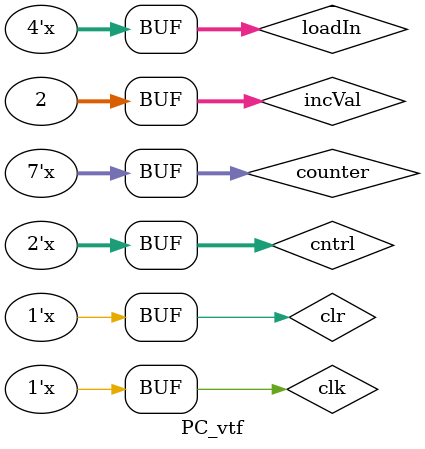
<source format=v>
`timescale 1ns / 1ps


module PC_vtf;
	integer incVal = 2; //This specifies the increment feature to test for increment of 4

	// Inputs
	reg clr;
	reg clk;
	reg [3:0] loadIn;
	reg [1:0] cntrl;

	// Outputs
	wire [3:0] out;
	
	reg [3:0] out_tc;
	reg error;
	reg [6:0] counter;

	// Instantiate the Unit Under Test (UUT)
	PC uut (
		.out(out), 
		.clr(clr), 
		.clk(clk), 
		.loadIn(loadIn), 
		.cntrl(cntrl)
	);

	initial begin
		// Initialize Inputs
		clr = 0;
		clk = 0;
		loadIn = 0;
		cntrl = 0;
		counter = 0;
		error = 0;
		out_tc = 0;
		// Wait 100 ns for global reset to finish
		#100;
	end
	
	always begin
		#5 clk = ~clk;
	end
	always begin: countAssign
		#10 counter = counter +1;
		clr <= ~counter[6];
		cntrl <= counter[5:4];
		loadIn <= counter[3:0];
	end		
	
	always @(posedge clk) begin
		case({clr, cntrl})
			3'b000: out_tc = 0;
			3'b001: out_tc = 0;
			3'b010: out_tc = 0;
			3'b011: out_tc = 0;
			3'b100: out_tc = out_tc;
			3'b101: out_tc = loadIn;
			3'b110: out_tc = out_tc + 1;
			3'b111: out_tc = out_tc + incVal;
			default: out_tc <= 4'bZZZZ;
		endcase
		#1 if(out_tc == out) error = 0;
		else error = 1;
	end
endmodule


</source>
